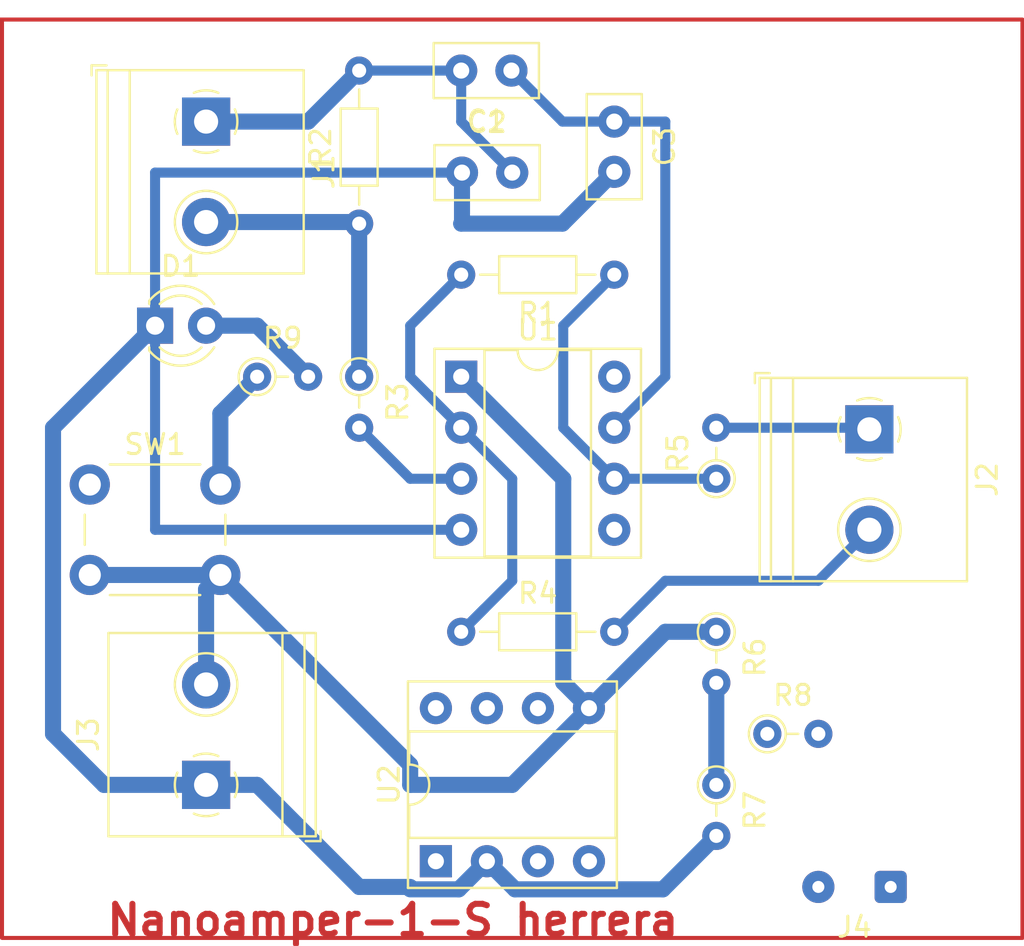
<source format=kicad_pcb>
(kicad_pcb (version 20221018) (generator pcbnew)
  (layers (0 "F.Cu" signal) (31 "B.Cu" signal) (34 "B.Paste" user) (35 "F.Paste" user) (36 "B.SilkS" user "B.Silkscreen") (37 "F.SilkS" user "F.Silkscreen") (38 "B.Mask" user) (39 "F.Mask" user) (44 "Edge.Cuts" user))
  (net 0 "")
  (net 1 "V+")
  (net 2 "GND")
  (net 3 "V-")
  (net 4 "Net-(D1-A)")
  (net 5 "Net-(J1-Pin_2)")
  (net 6 "Net-(J2-Pin_1)")
  (net 7 "Net-(J4-Pin_2)")
  (net 8 "Net-(R1-Pad1)")
  (net 9 "Net-(U1--)")
  (net 10 "Net-(U1-+)")
  (net 11 "Net-(U2-+)")
  (net 12 "Net-(U2--)")
  (net 13 "Net-(R9-Pad1)")
  (footprint "Resistor_THT:R_Axial_DIN0204_L3.6mm_D1.6mm_P2.54mm_Vertical" (layer "F.Cu") (at 147.32 93.98 -90)
    (fp_text reference "R7" (at 1.27 -1.92 90) (layer "F.SilkS"))
    (fp_text value "100k")
    (fp_line (start 0.92 0) (end 1.54 0) (stroke (width 0.12)) (layer "F.SilkS"))
    (fp_circle (center 0 0) (end 0.92 0) (stroke (width 0.12)) (fill none) (layer "F.SilkS"))
    (pad "1" thru_hole circle (at 0 0 270) (size 1.4 1.4) (drill 0.7) (layers "*.Cu" "*.Mask") (net 11 "Net-(U2-+)"))
    (pad "2" thru_hole oval (at 2.54 0 270) (size 1.4 1.4) (drill 0.7) (layers "*.Cu" "*.Mask") (net 3 "V-"))
  )
  (footprint "TerminalBlock_Philmore:TerminalBlock_Philmore_TB132_1x02_P5.00mm_Horizontal" (layer "F.Cu") (at 154.94 76.28 -90)
    (fp_text reference "J2" (at 2.5 -5.86 90) (layer "F.SilkS"))
    (fp_text value "Screw_Terminal_01x02")
    (fp_line (start -2.8 4.96) (end -2.8 5.7) (stroke (width 0.12)) (layer "F.SilkS"))
    (fp_line (start -2.8 5.7) (end -2.3 5.7) (stroke (width 0.12)) (layer "F.SilkS"))
    (fp_line (start -2.56 -4.86) (end -2.56 5.46) (stroke (width 0.12)) (layer "F.SilkS"))
    (fp_line (start -2.56 -4.86) (end 7.56 -4.86) (stroke (width 0.12)) (layer "F.SilkS"))
    (fp_line (start -2.56 3.8) (end 7.56 3.8) (stroke (width 0.12)) (layer "F.SilkS"))
    (fp_line (start -2.56 4.9) (end 7.56 4.9) (stroke (width 0.12)) (layer "F.SilkS"))
    (fp_line (start -2.56 5.46) (end 7.56 5.46) (stroke (width 0.12)) (layer "F.SilkS"))
    (fp_line (start 7.56 -4.86) (end 7.56 5.46) (stroke (width 0.12)) (layer "F.SilkS"))
    (fp_arc (start -1.432109 0.607742) (mid -1.555727 -0.00014) (end -1.432 -0.608) (stroke (width 0.12)) (layer "F.SilkS"))
    (fp_arc (start -0.607742 -1.432109) (mid 0.00014 -1.555727) (end 0.608 -1.432) (stroke (width 0.12)) (layer "F.SilkS"))
    (fp_arc (start 0.027011 1.555493) (mid -0.296984 1.527118) (end -0.608 1.432) (stroke (width 0.12)) (layer "F.SilkS"))
    (fp_arc (start 0.607587 1.431385) (mid 0.310017 1.523783) (end 0 1.555) (stroke (width 0.12)) (layer "F.SilkS"))
    (fp_arc (start 1.432109 -0.607742) (mid 1.555727 0.00014) (end 1.432 0.608) (stroke (width 0.12)) (layer "F.SilkS"))
    (fp_circle (center 5 0) (end 6.555 0) (stroke (width 0.12)) (fill none) (layer "F.SilkS"))
    (pad "1" thru_hole rect (at 0 0 270) (size 2.4 2.4) (drill 1.2) (layers "*.Cu" "*.Mask") (net 6 "Net-(J2-Pin_1)"))
    (pad "2" thru_hole circle (at 5 0 270) (size 2.4 2.4) (drill 1.2) (layers "*.Cu" "*.Mask") (net 2 "GND"))
  )
  (footprint "TerminalBlock_Philmore:TerminalBlock_Philmore_TB132_1x02_P5.00mm_Horizontal" (layer "F.Cu") (at 121.92 93.98 90)
    (fp_text reference "J3" (at 2.5 -5.86 90) (layer "F.SilkS"))
    (fp_text value "Screw_Terminal_01x02")
    (fp_line (start -2.8 4.96) (end -2.8 5.7) (stroke (width 0.12)) (layer "F.SilkS"))
    (fp_line (start -2.8 5.7) (end -2.3 5.7) (stroke (width 0.12)) (layer "F.SilkS"))
    (fp_line (start -2.56 -4.86) (end -2.56 5.46) (stroke (width 0.12)) (layer "F.SilkS"))
    (fp_line (start -2.56 -4.86) (end 7.56 -4.86) (stroke (width 0.12)) (layer "F.SilkS"))
    (fp_line (start -2.56 3.8) (end 7.56 3.8) (stroke (width 0.12)) (layer "F.SilkS"))
    (fp_line (start -2.56 4.9) (end 7.56 4.9) (stroke (width 0.12)) (layer "F.SilkS"))
    (fp_line (start -2.56 5.46) (end 7.56 5.46) (stroke (width 0.12)) (layer "F.SilkS"))
    (fp_line (start 7.56 -4.86) (end 7.56 5.46) (stroke (width 0.12)) (layer "F.SilkS"))
    (fp_arc (start -1.432109 0.607742) (mid -1.555727 -0.00014) (end -1.432 -0.608) (stroke (width 0.12)) (layer "F.SilkS"))
    (fp_arc (start -0.607742 -1.432109) (mid 0.00014 -1.555727) (end 0.608 -1.432) (stroke (width 0.12)) (layer "F.SilkS"))
    (fp_arc (start 0.027011 1.555493) (mid -0.296984 1.527118) (end -0.608 1.432) (stroke (width 0.12)) (layer "F.SilkS"))
    (fp_arc (start 0.607587 1.431385) (mid 0.310017 1.523783) (end 0 1.555) (stroke (width 0.12)) (layer "F.SilkS"))
    (fp_arc (start 1.432109 -0.607742) (mid 1.555727 0.00014) (end 1.432 0.608) (stroke (width 0.12)) (layer "F.SilkS"))
    (fp_circle (center 5 0) (end 6.555 0) (stroke (width 0.12)) (fill none) (layer "F.SilkS"))
    (pad "1" thru_hole rect (at 0 0 90) (size 2.4 2.4) (drill 1.2) (layers "*.Cu" "*.Mask") (net 3 "V-"))
    (pad "2" thru_hole circle (at 5 0 90) (size 2.4 2.4) (drill 1.2) (layers "*.Cu" "*.Mask") (net 1 "V+"))
  )
  (footprint "Button_Switch_THT:SW_PUSH_6mm_H9.5mm" (layer "F.Cu") (at 116.13 79.03)
    (fp_text reference "SW1" (at 3.25 -2) (layer "F.SilkS"))
    (fp_text value "SW_Push")
    (fp_line (start -0.25 1.5) (end -0.25 3) (stroke (width 0.12)) (layer "F.SilkS"))
    (fp_line (start 1 5.5) (end 5.5 5.5) (stroke (width 0.12)) (layer "F.SilkS"))
    (fp_line (start 5.5 -1) (end 1 -1) (stroke (width 0.12)) (layer "F.SilkS"))
    (fp_line (start 6.75 3) (end 6.75 1.5) (stroke (width 0.12)) (layer "F.SilkS"))
    (pad "1" thru_hole circle (at 0 0 90) (size 2 2) (drill 1.1) (layers "*.Cu" "*.Mask") (net 13 "Net-(R9-Pad1)"))
    (pad "1" thru_hole circle (at 6.5 0 90) (size 2 2) (drill 1.1) (layers "*.Cu" "*.Mask") (net 13 "Net-(R9-Pad1)"))
    (pad "2" thru_hole circle (at 0 4.5 90) (size 2 2) (drill 1.1) (layers "*.Cu" "*.Mask") (net 1 "V+"))
    (pad "2" thru_hole circle (at 6.5 4.5 90) (size 2 2) (drill 1.1) (layers "*.Cu" "*.Mask") (net 1 "V+"))
  )
  (footprint "Resistor_THT:R_Axial_DIN0204_L3.6mm_D1.6mm_P2.54mm_Vertical" (layer "F.Cu") (at 129.54 73.66 -90)
    (fp_text reference "R3" (at 1.27 -1.92 90) (layer "F.SilkS"))
    (fp_text value "100R")
    (fp_line (start 0.92 0) (end 1.54 0) (stroke (width 0.12)) (layer "F.SilkS"))
    (fp_circle (center 0 0) (end 0.92 0) (stroke (width 0.12)) (fill none) (layer "F.SilkS"))
    (pad "1" thru_hole circle (at 0 0 270) (size 1.4 1.4) (drill 0.7) (layers "*.Cu" "*.Mask") (net 5 "Net-(J1-Pin_2)"))
    (pad "2" thru_hole oval (at 2.54 0 270) (size 1.4 1.4) (drill 0.7) (layers "*.Cu" "*.Mask") (net 10 "Net-(U1-+)"))
  )
  (footprint "Resistor_THT:R_Axial_DIN0204_L3.6mm_D1.6mm_P2.54mm_Vertical" (layer "F.Cu") (at 149.86 91.44)
    (fp_text reference "R8" (at 1.27 -1.92) (layer "F.SilkS"))
    (fp_text value "100")
    (fp_line (start 0.92 0) (end 1.54 0) (stroke (width 0.12)) (layer "F.SilkS"))
    (fp_circle (center 0 0) (end 0.92 0) (stroke (width 0.12)) (fill none) (layer "F.SilkS"))
    (pad "1" thru_hole circle (at 0 0) (size 1.4 1.4) (drill 0.7) (layers "*.Cu" "*.Mask") (net 12 "Net-(U2--)"))
    (pad "2" thru_hole oval (at 2.54 0) (size 1.4 1.4) (drill 0.7) (layers "*.Cu" "*.Mask") (net 7 "Net-(J4-Pin_2)"))
  )
  (footprint "TerminalBlock_Philmore:TerminalBlock_Philmore_TB132_1x02_P5.00mm_Horizontal" (layer "F.Cu") (at 121.92 60.96 -90)
    (fp_text reference "J1" (at 2.5 -5.86 90) (layer "F.SilkS"))
    (fp_text value "Screw_Terminal_01x02")
    (fp_line (start -2.8 4.96) (end -2.8 5.7) (stroke (width 0.12)) (layer "F.SilkS"))
    (fp_line (start -2.8 5.7) (end -2.3 5.7) (stroke (width 0.12)) (layer "F.SilkS"))
    (fp_line (start -2.56 -4.86) (end -2.56 5.46) (stroke (width 0.12)) (layer "F.SilkS"))
    (fp_line (start -2.56 -4.86) (end 7.56 -4.86) (stroke (width 0.12)) (layer "F.SilkS"))
    (fp_line (start -2.56 3.8) (end 7.56 3.8) (stroke (width 0.12)) (layer "F.SilkS"))
    (fp_line (start -2.56 4.9) (end 7.56 4.9) (stroke (width 0.12)) (layer "F.SilkS"))
    (fp_line (start -2.56 5.46) (end 7.56 5.46) (stroke (width 0.12)) (layer "F.SilkS"))
    (fp_line (start 7.56 -4.86) (end 7.56 5.46) (stroke (width 0.12)) (layer "F.SilkS"))
    (fp_arc (start -1.432109 0.607742) (mid -1.555727 -0.00014) (end -1.432 -0.608) (stroke (width 0.12)) (layer "F.SilkS"))
    (fp_arc (start -0.607742 -1.432109) (mid 0.00014 -1.555727) (end 0.608 -1.432) (stroke (width 0.12)) (layer "F.SilkS"))
    (fp_arc (start 0.027011 1.555493) (mid -0.296984 1.527118) (end -0.608 1.432) (stroke (width 0.12)) (layer "F.SilkS"))
    (fp_arc (start 0.607587 1.431385) (mid 0.310017 1.523783) (end 0 1.555) (stroke (width 0.12)) (layer "F.SilkS"))
    (fp_arc (start 1.432109 -0.607742) (mid 1.555727 0.00014) (end 1.432 0.608) (stroke (width 0.12)) (layer "F.SilkS"))
    (fp_circle (center 5 0) (end 6.555 0) (stroke (width 0.12)) (fill none) (layer "F.SilkS"))
    (pad "1" thru_hole rect (at 0 0 270) (size 2.4 2.4) (drill 1.2) (layers "*.Cu" "*.Mask") (net 2 "GND"))
    (pad "2" thru_hole circle (at 5 0 270) (size 2.4 2.4) (drill 1.2) (layers "*.Cu" "*.Mask") (net 5 "Net-(J1-Pin_2)"))
  )
  (footprint "Resistor_THT:R_Axial_DIN0204_L3.6mm_D1.6mm_P2.54mm_Vertical" (layer "F.Cu") (at 124.46 73.66)
    (fp_text reference "R9" (at 1.27 -1.92) (layer "F.SilkS"))
    (fp_text value "220")
    (fp_line (start 0.92 0) (end 1.54 0) (stroke (width 0.12)) (layer "F.SilkS"))
    (fp_circle (center 0 0) (end 0.92 0) (stroke (width 0.12)) (fill none) (layer "F.SilkS"))
    (pad "1" thru_hole circle (at 0 0) (size 1.4 1.4) (drill 0.7) (layers "*.Cu" "*.Mask") (net 13 "Net-(R9-Pad1)"))
    (pad "2" thru_hole oval (at 2.54 0) (size 1.4 1.4) (drill 0.7) (layers "*.Cu" "*.Mask") (net 4 "Net-(D1-A)"))
  )
  (footprint "Resistor_THT:R_Axial_DIN0204_L3.6mm_D1.6mm_P7.62mm_Horizontal" (layer "F.Cu") (at 129.54 66.04 90)
    (fp_text reference "R2" (at 3.81 -1.92 90) (layer "F.SilkS"))
    (fp_text value "10k")
    (fp_line (start 0.94 0) (end 1.89 0) (stroke (width 0.12)) (layer "F.SilkS"))
    (fp_line (start 1.89 -0.92) (end 1.89 0.92) (stroke (width 0.12)) (layer "F.SilkS"))
    (fp_line (start 1.89 0.92) (end 5.73 0.92) (stroke (width 0.12)) (layer "F.SilkS"))
    (fp_line (start 5.73 -0.92) (end 1.89 -0.92) (stroke (width 0.12)) (layer "F.SilkS"))
    (fp_line (start 5.73 0.92) (end 5.73 -0.92) (stroke (width 0.12)) (layer "F.SilkS"))
    (fp_line (start 6.68 0) (end 5.73 0) (stroke (width 0.12)) (layer "F.SilkS"))
    (pad "1" thru_hole circle (at 0 0 90) (size 1.4 1.4) (drill 0.7) (layers "*.Cu" "*.Mask") (net 5 "Net-(J1-Pin_2)"))
    (pad "2" thru_hole oval (at 7.62 0 90) (size 1.4 1.4) (drill 0.7) (layers "*.Cu" "*.Mask") (net 2 "GND"))
  )
  (footprint "Resistor_THT:R_Axial_DIN0204_L3.6mm_D1.6mm_P7.62mm_Horizontal" (layer "F.Cu") (at 142.24 68.58 180)
    (fp_text reference "R1" (at 3.81 -1.92) (layer "F.SilkS"))
    (fp_text value "100k")
    (fp_line (start 0.94 0) (end 1.89 0) (stroke (width 0.12)) (layer "F.SilkS"))
    (fp_line (start 1.89 -0.92) (end 1.89 0.92) (stroke (width 0.12)) (layer "F.SilkS"))
    (fp_line (start 1.89 0.92) (end 5.73 0.92) (stroke (width 0.12)) (layer "F.SilkS"))
    (fp_line (start 5.73 -0.92) (end 1.89 -0.92) (stroke (width 0.12)) (layer "F.SilkS"))
    (fp_line (start 5.73 0.92) (end 5.73 -0.92) (stroke (width 0.12)) (layer "F.SilkS"))
    (fp_line (start 6.68 0) (end 5.73 0) (stroke (width 0.12)) (layer "F.SilkS"))
    (pad "1" thru_hole circle (at 0 0 180) (size 1.4 1.4) (drill 0.7) (layers "*.Cu" "*.Mask") (net 8 "Net-(R1-Pad1)"))
    (pad "2" thru_hole oval (at 7.62 0 180) (size 1.4 1.4) (drill 0.7) (layers "*.Cu" "*.Mask") (net 9 "Net-(U1--)"))
  )
  (footprint "Package_DIP:DIP-8_W7.62mm_Socket" (layer "F.Cu") (at 133.36 97.78 90)
    (fp_text reference "U2" (at 3.81 -2.33 90) (layer "F.SilkS"))
    (fp_text value "LMV321")
    (fp_line (start -1.33 -1.39) (end -1.33 9.01) (stroke (width 0.12)) (layer "F.SilkS"))
    (fp_line (start -1.33 9.01) (end 8.95 9.01) (stroke (width 0.12)) (layer "F.SilkS"))
    (fp_line (start 1.16 -1.33) (end 1.16 8.95) (stroke (width 0.12)) (layer "F.SilkS"))
    (fp_line (start 1.16 8.95) (end 6.46 8.95) (stroke (width 0.12)) (layer "F.SilkS"))
    (fp_line (start 2.81 -1.33) (end 1.16 -1.33) (stroke (width 0.12)) (layer "F.SilkS"))
    (fp_line (start 6.46 -1.33) (end 4.81 -1.33) (stroke (width 0.12)) (layer "F.SilkS"))
    (fp_line (start 6.46 8.95) (end 6.46 -1.33) (stroke (width 0.12)) (layer "F.SilkS"))
    (fp_line (start 8.95 -1.39) (end -1.33 -1.39) (stroke (width 0.12)) (layer "F.SilkS"))
    (fp_line (start 8.95 9.01) (end 8.95 -1.39) (stroke (width 0.12)) (layer "F.SilkS"))
    (fp_arc (start 4.81 -1.33) (mid 3.81 -0.33) (end 2.81 -1.33) (stroke (width 0.12)) (layer "F.SilkS"))
    (pad "1" thru_hole rect (at 0 0 90) (size 1.6 1.6) (drill 0.8) (layers "*.Cu" "*.Mask") (net 11 "Net-(U2-+)"))
    (pad "2" thru_hole oval (at 0 2.54 90) (size 1.6 1.6) (drill 0.8) (layers "*.Cu" "*.Mask") (net 3 "V-"))
    (pad "3" thru_hole oval (at 0 5.08 90) (size 1.6 1.6) (drill 0.8) (layers "*.Cu" "*.Mask") (net 12 "Net-(U2--)"))
    (pad "4" thru_hole oval (at 0 7.62 90) (size 1.6 1.6) (drill 0.8) (layers "*.Cu" "*.Mask") (net 12 "Net-(U2--)"))
    (pad "5" thru_hole oval (at 7.62 7.62 90) (size 1.6 1.6) (drill 0.8) (layers "*.Cu" "*.Mask") (net 1 "V+"))
    (pad "6" thru_hole oval (at 7.62 5.08 90) (size 1.6 1.6) (drill 0.8) (layers "*.Cu" "*.Mask"))
    (pad "7" thru_hole oval (at 7.62 2.54 90) (size 1.6 1.6) (drill 0.8) (layers "*.Cu" "*.Mask"))
    (pad "8" thru_hole oval (at 7.62 0 90) (size 1.6 1.6) (drill 0.8) (layers "*.Cu" "*.Mask"))
  )
  (footprint "Connector_Wire:SolderWire-0.1sqmm_1x02_P3.6mm_D0.4mm_OD1mm" (layer "F.Cu") (at 156 99.06 180)
    (fp_text reference "J4" (at 1.8 -2) (layer "F.SilkS"))
    (fp_text value "Conn_01x02_Pin")
    (pad "1" thru_hole roundrect (at 0 0 180) (size 1.6 1.6) (drill 0.6) (layers "*.Cu" "*.Mask") (roundrect_rratio 0.15625) (net 2 "GND"))
    (pad "2" thru_hole circle (at 3.6 0 180) (size 1.6 1.6) (drill 0.6) (layers "*.Cu" "*.Mask") (net 7 "Net-(J4-Pin_2)"))
  )
  (footprint "LED_THT:LED_D3.0mm_Clear" (layer "F.Cu") (at 119.38 71.12)
    (fp_text reference "D1" (at 1.27 -2.96) (layer "F.SilkS"))
    (fp_text value "LED")
    (fp_line (start -0.29 -1.236) (end -0.29 -1.08) (stroke (width 0.12)) (layer "F.SilkS"))
    (fp_line (start -0.29 1.08) (end -0.29 1.236) (stroke (width 0.12)) (layer "F.SilkS"))
    (fp_arc (start -0.29 -1.235516) (mid 1.366487 -1.987659) (end 2.942335 -1.078608) (stroke (width 0.12)) (layer "F.SilkS"))
    (fp_arc (start 0.229039 -1.08) (mid 1.270117 -1.5) (end 2.31113 -1.079837) (stroke (width 0.12)) (layer "F.SilkS"))
    (fp_arc (start 2.31113 1.079837) (mid 1.270117 1.5) (end 0.229039 1.08) (stroke (width 0.12)) (layer "F.SilkS"))
    (fp_arc (start 2.942335 1.078608) (mid 1.366487 1.987659) (end -0.29 1.235516) (stroke (width 0.12)) (layer "F.SilkS"))
    (pad "1" thru_hole rect (at 0 0) (size 1.8 1.8) (drill 0.9) (layers "*.Cu" "*.Mask") (net 3 "V-"))
    (pad "2" thru_hole circle (at 2.54 0) (size 1.8 1.8) (drill 0.9) (layers "*.Cu" "*.Mask") (net 4 "Net-(D1-A)"))
  )
  (footprint "Resistor_THT:R_Axial_DIN0204_L3.6mm_D1.6mm_P2.54mm_Vertical" (layer "F.Cu") (at 147.32 78.74 90)
    (fp_text reference "R5" (at 1.27 -1.92 90) (layer "F.SilkS"))
    (fp_text value "100R")
    (fp_line (start 0.92 0) (end 1.54 0) (stroke (width 0.12)) (layer "F.SilkS"))
    (fp_circle (center 0 0) (end 0.92 0) (stroke (width 0.12)) (fill none) (layer "F.SilkS"))
    (pad "1" thru_hole circle (at 0 0 90) (size 1.4 1.4) (drill 0.7) (layers "*.Cu" "*.Mask") (net 8 "Net-(R1-Pad1)"))
    (pad "2" thru_hole oval (at 2.54 0 90) (size 1.4 1.4) (drill 0.7) (layers "*.Cu" "*.Mask") (net 6 "Net-(J2-Pin_1)"))
  )
  (footprint "Capacitor_THT:C_Disc_D5.0mm_W2.5mm_P2.50mm" (layer "F.Cu") (at 134.66 63.5)
    (fp_text reference "C2" (at 1.25 -2.5) (layer "F.SilkS"))
    (fp_text value "0u1")
    (fp_line (start -1.37 -1.37) (end -1.37 1.37) (stroke (width 0.12)) (layer "F.SilkS"))
    (fp_line (start -1.37 -1.37) (end 3.87 -1.37) (stroke (width 0.12)) (layer "F.SilkS"))
    (fp_line (start -1.37 1.37) (end 3.87 1.37) (stroke (width 0.12)) (layer "F.SilkS"))
    (fp_line (start 3.87 -1.37) (end 3.87 1.37) (stroke (width 0.12)) (layer "F.SilkS"))
    (pad "1" thru_hole circle (at 0 0) (size 1.6 1.6) (drill 0.8) (layers "*.Cu" "*.Mask") (net 3 "V-"))
    (pad "2" thru_hole circle (at 2.5 0) (size 1.6 1.6) (drill 0.8) (layers "*.Cu" "*.Mask") (net 2 "GND"))
  )
  (footprint "Resistor_THT:R_Axial_DIN0204_L3.6mm_D1.6mm_P7.62mm_Horizontal" (layer "F.Cu") (at 134.62 86.36)
    (fp_text reference "R4" (at 3.81 -1.92) (layer "F.SilkS"))
    (fp_text value "1k")
    (fp_line (start 0.94 0) (end 1.89 0) (stroke (width 0.12)) (layer "F.SilkS"))
    (fp_line (start 1.89 -0.92) (end 1.89 0.92) (stroke (width 0.12)) (layer "F.SilkS"))
    (fp_line (start 1.89 0.92) (end 5.73 0.92) (stroke (width 0.12)) (layer "F.SilkS"))
    (fp_line (start 5.73 -0.92) (end 1.89 -0.92) (stroke (width 0.12)) (layer "F.SilkS"))
    (fp_line (start 5.73 0.92) (end 5.73 -0.92) (stroke (width 0.12)) (layer "F.SilkS"))
    (fp_line (start 6.68 0) (end 5.73 0) (stroke (width 0.12)) (layer "F.SilkS"))
    (pad "1" thru_hole circle (at 0 0) (size 1.4 1.4) (drill 0.7) (layers "*.Cu" "*.Mask") (net 9 "Net-(U1--)"))
    (pad "2" thru_hole oval (at 7.62 0) (size 1.4 1.4) (drill 0.7) (layers "*.Cu" "*.Mask") (net 2 "GND"))
  )
  (footprint "Resistor_THT:R_Axial_DIN0204_L3.6mm_D1.6mm_P2.54mm_Vertical" (layer "F.Cu") (at 147.32 86.36 -90)
    (fp_text reference "R6" (at 1.27 -1.92 90) (layer "F.SilkS"))
    (fp_text value "100k")
    (fp_line (start 0.92 0) (end 1.54 0) (stroke (width 0.12)) (layer "F.SilkS"))
    (fp_circle (center 0 0) (end 0.92 0) (stroke (width 0.12)) (fill none) (layer "F.SilkS"))
    (pad "1" thru_hole circle (at 0 0 270) (size 1.4 1.4) (drill 0.7) (layers "*.Cu" "*.Mask") (net 1 "V+"))
    (pad "2" thru_hole oval (at 2.54 0 270) (size 1.4 1.4) (drill 0.7) (layers "*.Cu" "*.Mask") (net 11 "Net-(U2-+)"))
  )
  (footprint "Capacitor_THT:C_Disc_D5.0mm_W2.5mm_P2.50mm" (layer "F.Cu") (at 137.12 58.42 180)
    (fp_text reference "C1" (at 1.25 -2.5) (layer "F.SilkS"))
    (fp_text value "0u1")
    (fp_line (start -1.37 -1.37) (end -1.37 1.37) (stroke (width 0.12)) (layer "F.SilkS"))
    (fp_line (start -1.37 -1.37) (end 3.87 -1.37) (stroke (width 0.12)) (layer "F.SilkS"))
    (fp_line (start -1.37 1.37) (end 3.87 1.37) (stroke (width 0.12)) (layer "F.SilkS"))
    (fp_line (start 3.87 -1.37) (end 3.87 1.37) (stroke (width 0.12)) (layer "F.SilkS"))
    (pad "1" thru_hole circle (at 0 0 180) (size 1.6 1.6) (drill 0.8) (layers "*.Cu" "*.Mask") (net 1 "V+"))
    (pad "2" thru_hole circle (at 2.5 0 180) (size 1.6 1.6) (drill 0.8) (layers "*.Cu" "*.Mask") (net 2 "GND"))
  )
  (footprint "Capacitor_THT:C_Disc_D5.0mm_W2.5mm_P2.50mm" (layer "F.Cu") (at 142.24 60.96 -90)
    (fp_text reference "C3" (at 1.25 -2.5 90) (layer "F.SilkS"))
    (fp_text value "0u1")
    (fp_line (start -1.37 -1.37) (end -1.37 1.37) (stroke (width 0.12)) (layer "F.SilkS"))
    (fp_line (start -1.37 -1.37) (end 3.87 -1.37) (stroke (width 0.12)) (layer "F.SilkS"))
    (fp_line (start -1.37 1.37) (end 3.87 1.37) (stroke (width 0.12)) (layer "F.SilkS"))
    (fp_line (start 3.87 -1.37) (end 3.87 1.37) (stroke (width 0.12)) (layer "F.SilkS"))
    (pad "1" thru_hole circle (at 0 0 270) (size 1.6 1.6) (drill 0.8) (layers "*.Cu" "*.Mask") (net 1 "V+"))
    (pad "2" thru_hole circle (at 2.5 0 270) (size 1.6 1.6) (drill 0.8) (layers "*.Cu" "*.Mask") (net 3 "V-"))
  )
  (footprint "Package_DIP:DIP-8_W7.62mm_Socket" (layer "F.Cu") (at 134.62 73.66)
    (fp_text reference "U1" (at 3.81 -2.33) (layer "F.SilkS"))
    (fp_text value "MAX4239ASA")
    (fp_line (start -1.33 -1.39) (end -1.33 9.01) (stroke (width 0.12)) (layer "F.SilkS"))
    (fp_line (start -1.33 9.01) (end 8.95 9.01) (stroke (width 0.12)) (layer "F.SilkS"))
    (fp_line (start 1.16 -1.33) (end 1.16 8.95) (stroke (width 0.12)) (layer "F.SilkS"))
    (fp_line (start 1.16 8.95) (end 6.46 8.95) (stroke (width 0.12)) (layer "F.SilkS"))
    (fp_line (start 2.81 -1.33) (end 1.16 -1.33) (stroke (width 0.12)) (layer "F.SilkS"))
    (fp_line (start 6.46 -1.33) (end 4.81 -1.33) (stroke (width 0.12)) (layer "F.SilkS"))
    (fp_line (start 6.46 8.95) (end 6.46 -1.33) (stroke (width 0.12)) (layer "F.SilkS"))
    (fp_line (start 8.95 -1.39) (end -1.33 -1.39) (stroke (width 0.12)) (layer "F.SilkS"))
    (fp_line (start 8.95 9.01) (end 8.95 -1.39) (stroke (width 0.12)) (layer "F.SilkS"))
    (fp_arc (start 4.81 -1.33) (mid 3.81 -0.33) (end 2.81 -1.33) (stroke (width 0.12)) (layer "F.SilkS"))
    (pad "1" thru_hole rect (at 0 0) (size 1.6 1.6) (drill 0.8) (layers "*.Cu" "*.Mask") (net 1 "V+"))
    (pad "2" thru_hole oval (at 0 2.54) (size 1.6 1.6) (drill 0.8) (layers "*.Cu" "*.Mask") (net 9 "Net-(U1--)"))
    (pad "3" thru_hole oval (at 0 5.08) (size 1.6 1.6) (drill 0.8) (layers "*.Cu" "*.Mask") (net 10 "Net-(U1-+)"))
    (pad "4" thru_hole oval (at 0 7.62) (size 1.6 1.6) (drill 0.8) (layers "*.Cu" "*.Mask") (net 3 "V-"))
    (pad "5" thru_hole oval (at 7.62 7.62) (size 1.6 1.6) (drill 0.8) (layers "*.Cu" "*.Mask"))
    (pad "6" thru_hole oval (at 7.62 5.08) (size 1.6 1.6) (drill 0.8) (layers "*.Cu" "*.Mask") (net 8 "Net-(R1-Pad1)"))
    (pad "7" thru_hole oval (at 7.62 2.54) (size 1.6 1.6) (drill 0.8) (layers "*.Cu" "*.Mask") (net 1 "V+"))
    (pad "8" thru_hole oval (at 7.62 0) (size 1.6 1.6) (drill 0.8) (layers "*.Cu" "*.Mask"))
  )
  (gr_rect (start 111.76 55.88) (end 162.56 101.6) (stroke (width 0.2)) (fill none) (layer "F.Cu"))
  (gr_text "Nanoamper-1-S herrera\n" (at 116.84 101.6) (layer "F.Cu") (effects (font (size 1.5 1.5) (thickness 0.3) bold) (justify left bottom)))
  (segment (start 139.66 60.96) (end 137.12 58.42) (width 0.5) (layer "B.Cu") (net 1))
  (segment (start 147.32 86.36) (end 144.78 86.36) (width 0.8) (layer "B.Cu") (net 1))
  (segment (start 121.92 84.24) (end 122.63 83.53) (width 0.8) (layer "B.Cu") (net 1))
  (segment (start 132.08 92.98) (end 132.08 93.98) (width 0.8) (layer "B.Cu") (net 1))
  (segment (start 139.7 88.88) (end 140.98 90.16) (width 0.8) (layer "B.Cu") (net 1))
  (segment (start 137.16 93.98) (end 140.98 90.16) (width 0.8) (layer "B.Cu") (net 1))
  (segment (start 116.13 83.53) (end 122.63 83.53) (width 0.8) (layer "B.Cu") (net 1))
  (segment (start 139.7 78.74) (end 139.7 88.88) (width 0.8) (layer "B.Cu") (net 1))
  (segment (start 142.24 76.2) (end 144.78 73.66) (width 0.5) (layer "B.Cu") (net 1))
  (segment (start 144.78 60.96) (end 142.24 60.96) (width 0.5) (layer "B.Cu") (net 1))
  (segment (start 142.24 60.96) (end 139.66 60.96) (width 0.5) (layer "B.Cu") (net 1))
  (segment (start 134.62 73.66) (end 139.7 78.74) (width 0.8) (layer "B.Cu") (net 1))
  (segment (start 122.63 83.53) (end 132.08 92.98) (width 0.8) (layer "B.Cu") (net 1))
  (segment (start 144.78 86.36) (end 140.98 90.16) (width 0.8) (layer "B.Cu") (net 1))
  (segment (start 132.08 93.98) (end 137.16 93.98) (width 0.8) (layer "B.Cu") (net 1))
  (segment (start 121.92 88.98) (end 121.92 84.24) (width 0.8) (layer "B.Cu") (net 1))
  (segment (start 144.78 73.66) (end 144.78 60.96) (width 0.5) (layer "B.Cu") (net 1))
  (segment (start 134.62 58.42) (end 129.54 58.42) (width 0.5) (layer "B.Cu") (net 2))
  (segment (start 144.78 83.82) (end 152.4 83.82) (width 0.5) (layer "B.Cu") (net 2))
  (segment (start 121.92 60.96) (end 127 60.96) (width 0.8) (layer "B.Cu") (net 2))
  (segment (start 152.4 83.82) (end 154.94 81.28) (width 0.5) (layer "B.Cu") (net 2))
  (segment (start 142.24 86.36) (end 144.78 83.82) (width 0.5) (layer "B.Cu") (net 2))
  (segment (start 134.62 58.42) (end 134.62 60.96) (width 0.5) (layer "B.Cu") (net 2))
  (segment (start 127 60.96) (end 129.54 58.42) (width 0.8) (layer "B.Cu") (net 2))
  (segment (start 134.62 60.96) (end 137.16 63.5) (width 0.5) (layer "B.Cu") (net 2))
  (segment (start 147.32 96.52) (end 144.66 99.18) (width 0.8) (layer "B.Cu") (net 3))
  (segment (start 139.66 66.04) (end 134.62 66.04) (width 0.8) (layer "B.Cu") (net 3))
  (segment (start 121.92 93.98) (end 124.46 93.98) (width 0.8) (layer "B.Cu") (net 3))
  (segment (start 134.5 99.18) (end 132.08 99.18) (width 0.8) (layer "B.Cu") (net 3))
  (segment (start 129.54 99.06) (end 132.08 99.06) (width 0.8) (layer "B.Cu") (net 3))
  (segment (start 116.84 93.98) (end 121.92 93.98) (width 0.8) (layer "B.Cu") (net 3))
  (segment (start 137.3 99.18) (end 135.9 97.78) (width 0.8) (layer "B.Cu") (net 3))
  (segment (start 135.9 97.78) (end 134.5 99.18) (width 0.8) (layer "B.Cu") (net 3))
  (segment (start 134.66 66) (end 134.66 63.5) (width 0.8) (layer "B.Cu") (net 3))
  (segment (start 114.3 91.44) (end 116.84 93.98) (width 0.8) (layer "B.Cu") (net 3))
  (segment (start 142.24 63.46) (end 139.66 66.04) (width 0.8) (layer "B.Cu") (net 3))
  (segment (start 119.38 63.5) (end 134.66 63.5) (width 0.5) (layer "B.Cu") (net 3))
  (segment (start 119.38 71.12) (end 114.3 76.2) (width 0.8) (layer "B.Cu") (net 3))
  (segment (start 144.66 99.18) (end 137.3 99.18) (width 0.8) (layer "B.Cu") (net 3))
  (segment (start 124.46 93.98) (end 129.54 99.06) (width 0.8) (layer "B.Cu") (net 3))
  (segment (start 114.3 76.2) (end 114.3 91.44) (width 0.8) (layer "B.Cu") (net 3))
  (segment (start 134.62 81.28) (end 119.38 81.28) (width 0.5) (layer "B.Cu") (net 3))
  (segment (start 134.62 66.04) (end 134.66 66) (width 0.8) (layer "B.Cu") (net 3))
  (segment (start 119.38 71.12) (end 119.38 63.5) (width 0.5) (layer "B.Cu") (net 3))
  (segment (start 119.38 81.28) (end 119.38 71.12) (width 0.5) (layer "B.Cu") (net 3))
  (segment (start 124.46 71.12) (end 121.92 71.12) (width 0.8) (layer "B.Cu") (net 4))
  (segment (start 127 73.66) (end 124.46 71.12) (width 0.8) (layer "B.Cu") (net 4))
  (segment (start 129.54 66.04) (end 129.54 73.66) (width 0.8) (layer "B.Cu") (net 5))
  (segment (start 129.46 65.96) (end 129.54 66.04) (width 0.8) (layer "B.Cu") (net 5))
  (segment (start 121.92 65.96) (end 129.46 65.96) (width 0.8) (layer "B.Cu") (net 5))
  (segment (start 147.32 76.2) (end 154.86 76.2) (width 0.5) (layer "B.Cu") (net 6))
  (segment (start 154.86 76.2) (end 154.94 76.28) (width 0.5) (layer "B.Cu") (net 6))
  (segment (start 142.24 78.74) (end 147.32 78.74) (width 0.5) (layer "B.Cu") (net 8))
  (segment (start 139.7 76.2) (end 142.24 78.74) (width 0.5) (layer "B.Cu") (net 8))
  (segment (start 139.7 76.2) (end 139.7 71.12) (width 0.5) (layer "B.Cu") (net 8))
  (segment (start 147.055 79.005) (end 147.32 78.74) (width 0.8) (layer "B.Cu") (net 8))
  (segment (start 139.7 71.12) (end 142.24 68.58) (width 0.5) (layer "B.Cu") (net 8))
  (segment (start 134.62 86.36) (end 135.77 85.21) (width 0.5) (layer "B.Cu") (net 9))
  (segment (start 137.16 83.82) (end 134.62 86.36) (width 0.5) (layer "B.Cu") (net 9))
  (segment (start 137.16 78.74) (end 137.16 83.82) (width 0.5) (layer "B.Cu") (net 9))
  (segment (start 134.62 76.2) (end 137.16 78.74) (width 0.5) (layer "B.Cu") (net 9))
  (segment (start 132.08 73.66) (end 134.62 76.2) (width 0.5) (layer "B.Cu") (net 9))
  (segment (start 134.62 68.58) (end 132.08 71.12) (width 0.5) (layer "B.Cu") (net 9))
  (segment (start 132.08 71.12) (end 132.08 73.66) (width 0.5) (layer "B.Cu") (net 9))
  (segment (start 129.54 76.2) (end 132.08 78.74) (width 0.5) (layer "B.Cu") (net 10))
  (segment (start 132.08 78.74) (end 134.62 78.74) (width 0.5) (layer "B.Cu") (net 10))
  (segment (start 147.32 88.9) (end 147.32 93.98) (width 0.8) (layer "B.Cu") (net 11))
  (segment (start 122.63 75.49) (end 124.46 73.66) (width 0.8) (layer "B.Cu") (net 13))
  (segment (start 122.63 79.03) (end 122.63 75.49) (width 0.8) (layer "B.Cu") (net 13))
)
</source>
